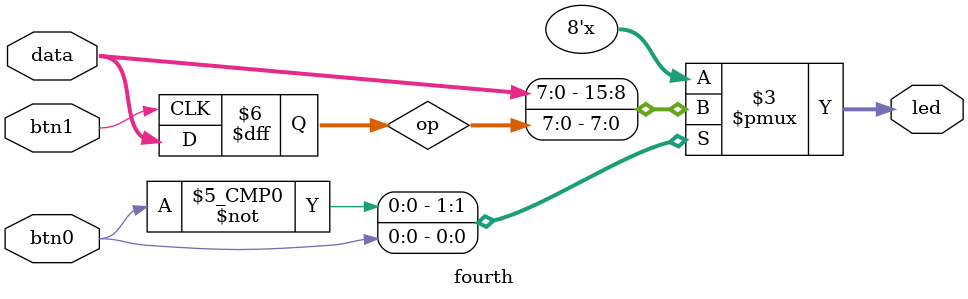
<source format=v>
`timescale 1ns / 1ps

module fourth(btn1, btn0, data,led);

input btn0; //mux
input btn1; //register
input [7:0] data;
output reg [7:0] led;

reg [7:0] op;

always @ (posedge btn1) begin
  op = data;
end

always @(btn0,op,data) begin
case(btn0)
1'b0: led <= data;
1'b1: led <= op;
endcase
end

endmodule
</source>
